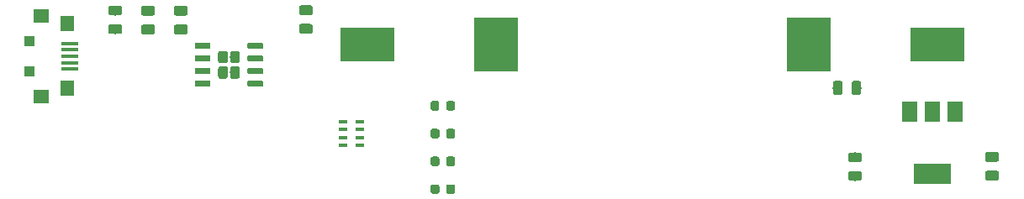
<source format=gbr>
G04 #@! TF.GenerationSoftware,KiCad,Pcbnew,5.1.2*
G04 #@! TF.CreationDate,2019-05-27T08:48:40-05:00*
G04 #@! TF.ProjectId,14500,31343530-302e-46b6-9963-61645f706362,rev?*
G04 #@! TF.SameCoordinates,Original*
G04 #@! TF.FileFunction,Paste,Top*
G04 #@! TF.FilePolarity,Positive*
%FSLAX46Y46*%
G04 Gerber Fmt 4.6, Leading zero omitted, Abs format (unit mm)*
G04 Created by KiCad (PCBNEW 5.1.2) date 2019-05-27 08:48:40*
%MOMM*%
%LPD*%
G04 APERTURE LIST*
%ADD10R,5.500000X3.500000*%
%ADD11R,4.500000X5.500000*%
%ADD12C,0.100000*%
%ADD13C,0.975000*%
%ADD14C,0.875000*%
%ADD15R,0.900000X0.400000*%
%ADD16C,0.970000*%
%ADD17C,0.600000*%
%ADD18R,3.800000X2.000000*%
%ADD19R,1.500000X2.000000*%
%ADD20R,1.000000X1.100000*%
%ADD21R,1.500000X1.350000*%
%ADD22R,1.800000X0.400000*%
%ADD23R,1.400000X1.500000*%
G04 APERTURE END LIST*
D10*
X146800000Y-62800000D03*
X204200000Y-62800000D03*
D11*
X159775000Y-62825000D03*
X191275000Y-62825000D03*
D12*
G36*
X121880142Y-58913674D02*
G01*
X121903803Y-58917184D01*
X121927007Y-58922996D01*
X121949529Y-58931054D01*
X121971153Y-58941282D01*
X121991670Y-58953579D01*
X122010883Y-58967829D01*
X122028607Y-58983893D01*
X122044671Y-59001617D01*
X122058921Y-59020830D01*
X122071218Y-59041347D01*
X122081446Y-59062971D01*
X122089504Y-59085493D01*
X122095316Y-59108697D01*
X122098826Y-59132358D01*
X122100000Y-59156250D01*
X122100000Y-59643750D01*
X122098826Y-59667642D01*
X122095316Y-59691303D01*
X122089504Y-59714507D01*
X122081446Y-59737029D01*
X122071218Y-59758653D01*
X122058921Y-59779170D01*
X122044671Y-59798383D01*
X122028607Y-59816107D01*
X122010883Y-59832171D01*
X121991670Y-59846421D01*
X121971153Y-59858718D01*
X121949529Y-59868946D01*
X121927007Y-59877004D01*
X121903803Y-59882816D01*
X121880142Y-59886326D01*
X121856250Y-59887500D01*
X120943750Y-59887500D01*
X120919858Y-59886326D01*
X120896197Y-59882816D01*
X120872993Y-59877004D01*
X120850471Y-59868946D01*
X120828847Y-59858718D01*
X120808330Y-59846421D01*
X120789117Y-59832171D01*
X120771393Y-59816107D01*
X120755329Y-59798383D01*
X120741079Y-59779170D01*
X120728782Y-59758653D01*
X120718554Y-59737029D01*
X120710496Y-59714507D01*
X120704684Y-59691303D01*
X120701174Y-59667642D01*
X120700000Y-59643750D01*
X120700000Y-59156250D01*
X120701174Y-59132358D01*
X120704684Y-59108697D01*
X120710496Y-59085493D01*
X120718554Y-59062971D01*
X120728782Y-59041347D01*
X120741079Y-59020830D01*
X120755329Y-59001617D01*
X120771393Y-58983893D01*
X120789117Y-58967829D01*
X120808330Y-58953579D01*
X120828847Y-58941282D01*
X120850471Y-58931054D01*
X120872993Y-58922996D01*
X120896197Y-58917184D01*
X120919858Y-58913674D01*
X120943750Y-58912500D01*
X121856250Y-58912500D01*
X121880142Y-58913674D01*
X121880142Y-58913674D01*
G37*
D13*
X121400000Y-59400000D03*
D12*
G36*
X121880142Y-60788674D02*
G01*
X121903803Y-60792184D01*
X121927007Y-60797996D01*
X121949529Y-60806054D01*
X121971153Y-60816282D01*
X121991670Y-60828579D01*
X122010883Y-60842829D01*
X122028607Y-60858893D01*
X122044671Y-60876617D01*
X122058921Y-60895830D01*
X122071218Y-60916347D01*
X122081446Y-60937971D01*
X122089504Y-60960493D01*
X122095316Y-60983697D01*
X122098826Y-61007358D01*
X122100000Y-61031250D01*
X122100000Y-61518750D01*
X122098826Y-61542642D01*
X122095316Y-61566303D01*
X122089504Y-61589507D01*
X122081446Y-61612029D01*
X122071218Y-61633653D01*
X122058921Y-61654170D01*
X122044671Y-61673383D01*
X122028607Y-61691107D01*
X122010883Y-61707171D01*
X121991670Y-61721421D01*
X121971153Y-61733718D01*
X121949529Y-61743946D01*
X121927007Y-61752004D01*
X121903803Y-61757816D01*
X121880142Y-61761326D01*
X121856250Y-61762500D01*
X120943750Y-61762500D01*
X120919858Y-61761326D01*
X120896197Y-61757816D01*
X120872993Y-61752004D01*
X120850471Y-61743946D01*
X120828847Y-61733718D01*
X120808330Y-61721421D01*
X120789117Y-61707171D01*
X120771393Y-61691107D01*
X120755329Y-61673383D01*
X120741079Y-61654170D01*
X120728782Y-61633653D01*
X120718554Y-61612029D01*
X120710496Y-61589507D01*
X120704684Y-61566303D01*
X120701174Y-61542642D01*
X120700000Y-61518750D01*
X120700000Y-61031250D01*
X120701174Y-61007358D01*
X120704684Y-60983697D01*
X120710496Y-60960493D01*
X120718554Y-60937971D01*
X120728782Y-60916347D01*
X120741079Y-60895830D01*
X120755329Y-60876617D01*
X120771393Y-60858893D01*
X120789117Y-60842829D01*
X120808330Y-60828579D01*
X120828847Y-60816282D01*
X120850471Y-60806054D01*
X120872993Y-60797996D01*
X120896197Y-60792184D01*
X120919858Y-60788674D01*
X120943750Y-60787500D01*
X121856250Y-60787500D01*
X121880142Y-60788674D01*
X121880142Y-60788674D01*
G37*
D13*
X121400000Y-61275000D03*
D12*
G36*
X141080142Y-60751174D02*
G01*
X141103803Y-60754684D01*
X141127007Y-60760496D01*
X141149529Y-60768554D01*
X141171153Y-60778782D01*
X141191670Y-60791079D01*
X141210883Y-60805329D01*
X141228607Y-60821393D01*
X141244671Y-60839117D01*
X141258921Y-60858330D01*
X141271218Y-60878847D01*
X141281446Y-60900471D01*
X141289504Y-60922993D01*
X141295316Y-60946197D01*
X141298826Y-60969858D01*
X141300000Y-60993750D01*
X141300000Y-61481250D01*
X141298826Y-61505142D01*
X141295316Y-61528803D01*
X141289504Y-61552007D01*
X141281446Y-61574529D01*
X141271218Y-61596153D01*
X141258921Y-61616670D01*
X141244671Y-61635883D01*
X141228607Y-61653607D01*
X141210883Y-61669671D01*
X141191670Y-61683921D01*
X141171153Y-61696218D01*
X141149529Y-61706446D01*
X141127007Y-61714504D01*
X141103803Y-61720316D01*
X141080142Y-61723826D01*
X141056250Y-61725000D01*
X140143750Y-61725000D01*
X140119858Y-61723826D01*
X140096197Y-61720316D01*
X140072993Y-61714504D01*
X140050471Y-61706446D01*
X140028847Y-61696218D01*
X140008330Y-61683921D01*
X139989117Y-61669671D01*
X139971393Y-61653607D01*
X139955329Y-61635883D01*
X139941079Y-61616670D01*
X139928782Y-61596153D01*
X139918554Y-61574529D01*
X139910496Y-61552007D01*
X139904684Y-61528803D01*
X139901174Y-61505142D01*
X139900000Y-61481250D01*
X139900000Y-60993750D01*
X139901174Y-60969858D01*
X139904684Y-60946197D01*
X139910496Y-60922993D01*
X139918554Y-60900471D01*
X139928782Y-60878847D01*
X139941079Y-60858330D01*
X139955329Y-60839117D01*
X139971393Y-60821393D01*
X139989117Y-60805329D01*
X140008330Y-60791079D01*
X140028847Y-60778782D01*
X140050471Y-60768554D01*
X140072993Y-60760496D01*
X140096197Y-60754684D01*
X140119858Y-60751174D01*
X140143750Y-60750000D01*
X141056250Y-60750000D01*
X141080142Y-60751174D01*
X141080142Y-60751174D01*
G37*
D13*
X140600000Y-61237500D03*
D12*
G36*
X141080142Y-58876174D02*
G01*
X141103803Y-58879684D01*
X141127007Y-58885496D01*
X141149529Y-58893554D01*
X141171153Y-58903782D01*
X141191670Y-58916079D01*
X141210883Y-58930329D01*
X141228607Y-58946393D01*
X141244671Y-58964117D01*
X141258921Y-58983330D01*
X141271218Y-59003847D01*
X141281446Y-59025471D01*
X141289504Y-59047993D01*
X141295316Y-59071197D01*
X141298826Y-59094858D01*
X141300000Y-59118750D01*
X141300000Y-59606250D01*
X141298826Y-59630142D01*
X141295316Y-59653803D01*
X141289504Y-59677007D01*
X141281446Y-59699529D01*
X141271218Y-59721153D01*
X141258921Y-59741670D01*
X141244671Y-59760883D01*
X141228607Y-59778607D01*
X141210883Y-59794671D01*
X141191670Y-59808921D01*
X141171153Y-59821218D01*
X141149529Y-59831446D01*
X141127007Y-59839504D01*
X141103803Y-59845316D01*
X141080142Y-59848826D01*
X141056250Y-59850000D01*
X140143750Y-59850000D01*
X140119858Y-59848826D01*
X140096197Y-59845316D01*
X140072993Y-59839504D01*
X140050471Y-59831446D01*
X140028847Y-59821218D01*
X140008330Y-59808921D01*
X139989117Y-59794671D01*
X139971393Y-59778607D01*
X139955329Y-59760883D01*
X139941079Y-59741670D01*
X139928782Y-59721153D01*
X139918554Y-59699529D01*
X139910496Y-59677007D01*
X139904684Y-59653803D01*
X139901174Y-59630142D01*
X139900000Y-59606250D01*
X139900000Y-59118750D01*
X139901174Y-59094858D01*
X139904684Y-59071197D01*
X139910496Y-59047993D01*
X139918554Y-59025471D01*
X139928782Y-59003847D01*
X139941079Y-58983330D01*
X139955329Y-58964117D01*
X139971393Y-58946393D01*
X139989117Y-58930329D01*
X140008330Y-58916079D01*
X140028847Y-58903782D01*
X140050471Y-58893554D01*
X140072993Y-58885496D01*
X140096197Y-58879684D01*
X140119858Y-58876174D01*
X140143750Y-58875000D01*
X141056250Y-58875000D01*
X141080142Y-58876174D01*
X141080142Y-58876174D01*
G37*
D13*
X140600000Y-59362500D03*
D12*
G36*
X196380142Y-73713674D02*
G01*
X196403803Y-73717184D01*
X196427007Y-73722996D01*
X196449529Y-73731054D01*
X196471153Y-73741282D01*
X196491670Y-73753579D01*
X196510883Y-73767829D01*
X196528607Y-73783893D01*
X196544671Y-73801617D01*
X196558921Y-73820830D01*
X196571218Y-73841347D01*
X196581446Y-73862971D01*
X196589504Y-73885493D01*
X196595316Y-73908697D01*
X196598826Y-73932358D01*
X196600000Y-73956250D01*
X196600000Y-74443750D01*
X196598826Y-74467642D01*
X196595316Y-74491303D01*
X196589504Y-74514507D01*
X196581446Y-74537029D01*
X196571218Y-74558653D01*
X196558921Y-74579170D01*
X196544671Y-74598383D01*
X196528607Y-74616107D01*
X196510883Y-74632171D01*
X196491670Y-74646421D01*
X196471153Y-74658718D01*
X196449529Y-74668946D01*
X196427007Y-74677004D01*
X196403803Y-74682816D01*
X196380142Y-74686326D01*
X196356250Y-74687500D01*
X195443750Y-74687500D01*
X195419858Y-74686326D01*
X195396197Y-74682816D01*
X195372993Y-74677004D01*
X195350471Y-74668946D01*
X195328847Y-74658718D01*
X195308330Y-74646421D01*
X195289117Y-74632171D01*
X195271393Y-74616107D01*
X195255329Y-74598383D01*
X195241079Y-74579170D01*
X195228782Y-74558653D01*
X195218554Y-74537029D01*
X195210496Y-74514507D01*
X195204684Y-74491303D01*
X195201174Y-74467642D01*
X195200000Y-74443750D01*
X195200000Y-73956250D01*
X195201174Y-73932358D01*
X195204684Y-73908697D01*
X195210496Y-73885493D01*
X195218554Y-73862971D01*
X195228782Y-73841347D01*
X195241079Y-73820830D01*
X195255329Y-73801617D01*
X195271393Y-73783893D01*
X195289117Y-73767829D01*
X195308330Y-73753579D01*
X195328847Y-73741282D01*
X195350471Y-73731054D01*
X195372993Y-73722996D01*
X195396197Y-73717184D01*
X195419858Y-73713674D01*
X195443750Y-73712500D01*
X196356250Y-73712500D01*
X196380142Y-73713674D01*
X196380142Y-73713674D01*
G37*
D13*
X195900000Y-74200000D03*
D12*
G36*
X196380142Y-75588674D02*
G01*
X196403803Y-75592184D01*
X196427007Y-75597996D01*
X196449529Y-75606054D01*
X196471153Y-75616282D01*
X196491670Y-75628579D01*
X196510883Y-75642829D01*
X196528607Y-75658893D01*
X196544671Y-75676617D01*
X196558921Y-75695830D01*
X196571218Y-75716347D01*
X196581446Y-75737971D01*
X196589504Y-75760493D01*
X196595316Y-75783697D01*
X196598826Y-75807358D01*
X196600000Y-75831250D01*
X196600000Y-76318750D01*
X196598826Y-76342642D01*
X196595316Y-76366303D01*
X196589504Y-76389507D01*
X196581446Y-76412029D01*
X196571218Y-76433653D01*
X196558921Y-76454170D01*
X196544671Y-76473383D01*
X196528607Y-76491107D01*
X196510883Y-76507171D01*
X196491670Y-76521421D01*
X196471153Y-76533718D01*
X196449529Y-76543946D01*
X196427007Y-76552004D01*
X196403803Y-76557816D01*
X196380142Y-76561326D01*
X196356250Y-76562500D01*
X195443750Y-76562500D01*
X195419858Y-76561326D01*
X195396197Y-76557816D01*
X195372993Y-76552004D01*
X195350471Y-76543946D01*
X195328847Y-76533718D01*
X195308330Y-76521421D01*
X195289117Y-76507171D01*
X195271393Y-76491107D01*
X195255329Y-76473383D01*
X195241079Y-76454170D01*
X195228782Y-76433653D01*
X195218554Y-76412029D01*
X195210496Y-76389507D01*
X195204684Y-76366303D01*
X195201174Y-76342642D01*
X195200000Y-76318750D01*
X195200000Y-75831250D01*
X195201174Y-75807358D01*
X195204684Y-75783697D01*
X195210496Y-75760493D01*
X195218554Y-75737971D01*
X195228782Y-75716347D01*
X195241079Y-75695830D01*
X195255329Y-75676617D01*
X195271393Y-75658893D01*
X195289117Y-75642829D01*
X195308330Y-75628579D01*
X195328847Y-75616282D01*
X195350471Y-75606054D01*
X195372993Y-75597996D01*
X195396197Y-75592184D01*
X195419858Y-75588674D01*
X195443750Y-75587500D01*
X196356250Y-75587500D01*
X196380142Y-75588674D01*
X196380142Y-75588674D01*
G37*
D13*
X195900000Y-76075000D03*
D12*
G36*
X210180142Y-75551174D02*
G01*
X210203803Y-75554684D01*
X210227007Y-75560496D01*
X210249529Y-75568554D01*
X210271153Y-75578782D01*
X210291670Y-75591079D01*
X210310883Y-75605329D01*
X210328607Y-75621393D01*
X210344671Y-75639117D01*
X210358921Y-75658330D01*
X210371218Y-75678847D01*
X210381446Y-75700471D01*
X210389504Y-75722993D01*
X210395316Y-75746197D01*
X210398826Y-75769858D01*
X210400000Y-75793750D01*
X210400000Y-76281250D01*
X210398826Y-76305142D01*
X210395316Y-76328803D01*
X210389504Y-76352007D01*
X210381446Y-76374529D01*
X210371218Y-76396153D01*
X210358921Y-76416670D01*
X210344671Y-76435883D01*
X210328607Y-76453607D01*
X210310883Y-76469671D01*
X210291670Y-76483921D01*
X210271153Y-76496218D01*
X210249529Y-76506446D01*
X210227007Y-76514504D01*
X210203803Y-76520316D01*
X210180142Y-76523826D01*
X210156250Y-76525000D01*
X209243750Y-76525000D01*
X209219858Y-76523826D01*
X209196197Y-76520316D01*
X209172993Y-76514504D01*
X209150471Y-76506446D01*
X209128847Y-76496218D01*
X209108330Y-76483921D01*
X209089117Y-76469671D01*
X209071393Y-76453607D01*
X209055329Y-76435883D01*
X209041079Y-76416670D01*
X209028782Y-76396153D01*
X209018554Y-76374529D01*
X209010496Y-76352007D01*
X209004684Y-76328803D01*
X209001174Y-76305142D01*
X209000000Y-76281250D01*
X209000000Y-75793750D01*
X209001174Y-75769858D01*
X209004684Y-75746197D01*
X209010496Y-75722993D01*
X209018554Y-75700471D01*
X209028782Y-75678847D01*
X209041079Y-75658330D01*
X209055329Y-75639117D01*
X209071393Y-75621393D01*
X209089117Y-75605329D01*
X209108330Y-75591079D01*
X209128847Y-75578782D01*
X209150471Y-75568554D01*
X209172993Y-75560496D01*
X209196197Y-75554684D01*
X209219858Y-75551174D01*
X209243750Y-75550000D01*
X210156250Y-75550000D01*
X210180142Y-75551174D01*
X210180142Y-75551174D01*
G37*
D13*
X209700000Y-76037500D03*
D12*
G36*
X210180142Y-73676174D02*
G01*
X210203803Y-73679684D01*
X210227007Y-73685496D01*
X210249529Y-73693554D01*
X210271153Y-73703782D01*
X210291670Y-73716079D01*
X210310883Y-73730329D01*
X210328607Y-73746393D01*
X210344671Y-73764117D01*
X210358921Y-73783330D01*
X210371218Y-73803847D01*
X210381446Y-73825471D01*
X210389504Y-73847993D01*
X210395316Y-73871197D01*
X210398826Y-73894858D01*
X210400000Y-73918750D01*
X210400000Y-74406250D01*
X210398826Y-74430142D01*
X210395316Y-74453803D01*
X210389504Y-74477007D01*
X210381446Y-74499529D01*
X210371218Y-74521153D01*
X210358921Y-74541670D01*
X210344671Y-74560883D01*
X210328607Y-74578607D01*
X210310883Y-74594671D01*
X210291670Y-74608921D01*
X210271153Y-74621218D01*
X210249529Y-74631446D01*
X210227007Y-74639504D01*
X210203803Y-74645316D01*
X210180142Y-74648826D01*
X210156250Y-74650000D01*
X209243750Y-74650000D01*
X209219858Y-74648826D01*
X209196197Y-74645316D01*
X209172993Y-74639504D01*
X209150471Y-74631446D01*
X209128847Y-74621218D01*
X209108330Y-74608921D01*
X209089117Y-74594671D01*
X209071393Y-74578607D01*
X209055329Y-74560883D01*
X209041079Y-74541670D01*
X209028782Y-74521153D01*
X209018554Y-74499529D01*
X209010496Y-74477007D01*
X209004684Y-74453803D01*
X209001174Y-74430142D01*
X209000000Y-74406250D01*
X209000000Y-73918750D01*
X209001174Y-73894858D01*
X209004684Y-73871197D01*
X209010496Y-73847993D01*
X209018554Y-73825471D01*
X209028782Y-73803847D01*
X209041079Y-73783330D01*
X209055329Y-73764117D01*
X209071393Y-73746393D01*
X209089117Y-73730329D01*
X209108330Y-73716079D01*
X209128847Y-73703782D01*
X209150471Y-73693554D01*
X209172993Y-73685496D01*
X209196197Y-73679684D01*
X209219858Y-73676174D01*
X209243750Y-73675000D01*
X210156250Y-73675000D01*
X210180142Y-73676174D01*
X210180142Y-73676174D01*
G37*
D13*
X209700000Y-74162500D03*
D12*
G36*
X153827691Y-68526053D02*
G01*
X153848926Y-68529203D01*
X153869750Y-68534419D01*
X153889962Y-68541651D01*
X153909368Y-68550830D01*
X153927781Y-68561866D01*
X153945024Y-68574654D01*
X153960930Y-68589070D01*
X153975346Y-68604976D01*
X153988134Y-68622219D01*
X153999170Y-68640632D01*
X154008349Y-68660038D01*
X154015581Y-68680250D01*
X154020797Y-68701074D01*
X154023947Y-68722309D01*
X154025000Y-68743750D01*
X154025000Y-69256250D01*
X154023947Y-69277691D01*
X154020797Y-69298926D01*
X154015581Y-69319750D01*
X154008349Y-69339962D01*
X153999170Y-69359368D01*
X153988134Y-69377781D01*
X153975346Y-69395024D01*
X153960930Y-69410930D01*
X153945024Y-69425346D01*
X153927781Y-69438134D01*
X153909368Y-69449170D01*
X153889962Y-69458349D01*
X153869750Y-69465581D01*
X153848926Y-69470797D01*
X153827691Y-69473947D01*
X153806250Y-69475000D01*
X153368750Y-69475000D01*
X153347309Y-69473947D01*
X153326074Y-69470797D01*
X153305250Y-69465581D01*
X153285038Y-69458349D01*
X153265632Y-69449170D01*
X153247219Y-69438134D01*
X153229976Y-69425346D01*
X153214070Y-69410930D01*
X153199654Y-69395024D01*
X153186866Y-69377781D01*
X153175830Y-69359368D01*
X153166651Y-69339962D01*
X153159419Y-69319750D01*
X153154203Y-69298926D01*
X153151053Y-69277691D01*
X153150000Y-69256250D01*
X153150000Y-68743750D01*
X153151053Y-68722309D01*
X153154203Y-68701074D01*
X153159419Y-68680250D01*
X153166651Y-68660038D01*
X153175830Y-68640632D01*
X153186866Y-68622219D01*
X153199654Y-68604976D01*
X153214070Y-68589070D01*
X153229976Y-68574654D01*
X153247219Y-68561866D01*
X153265632Y-68550830D01*
X153285038Y-68541651D01*
X153305250Y-68534419D01*
X153326074Y-68529203D01*
X153347309Y-68526053D01*
X153368750Y-68525000D01*
X153806250Y-68525000D01*
X153827691Y-68526053D01*
X153827691Y-68526053D01*
G37*
D14*
X153587500Y-69000000D03*
D12*
G36*
X155402691Y-68526053D02*
G01*
X155423926Y-68529203D01*
X155444750Y-68534419D01*
X155464962Y-68541651D01*
X155484368Y-68550830D01*
X155502781Y-68561866D01*
X155520024Y-68574654D01*
X155535930Y-68589070D01*
X155550346Y-68604976D01*
X155563134Y-68622219D01*
X155574170Y-68640632D01*
X155583349Y-68660038D01*
X155590581Y-68680250D01*
X155595797Y-68701074D01*
X155598947Y-68722309D01*
X155600000Y-68743750D01*
X155600000Y-69256250D01*
X155598947Y-69277691D01*
X155595797Y-69298926D01*
X155590581Y-69319750D01*
X155583349Y-69339962D01*
X155574170Y-69359368D01*
X155563134Y-69377781D01*
X155550346Y-69395024D01*
X155535930Y-69410930D01*
X155520024Y-69425346D01*
X155502781Y-69438134D01*
X155484368Y-69449170D01*
X155464962Y-69458349D01*
X155444750Y-69465581D01*
X155423926Y-69470797D01*
X155402691Y-69473947D01*
X155381250Y-69475000D01*
X154943750Y-69475000D01*
X154922309Y-69473947D01*
X154901074Y-69470797D01*
X154880250Y-69465581D01*
X154860038Y-69458349D01*
X154840632Y-69449170D01*
X154822219Y-69438134D01*
X154804976Y-69425346D01*
X154789070Y-69410930D01*
X154774654Y-69395024D01*
X154761866Y-69377781D01*
X154750830Y-69359368D01*
X154741651Y-69339962D01*
X154734419Y-69319750D01*
X154729203Y-69298926D01*
X154726053Y-69277691D01*
X154725000Y-69256250D01*
X154725000Y-68743750D01*
X154726053Y-68722309D01*
X154729203Y-68701074D01*
X154734419Y-68680250D01*
X154741651Y-68660038D01*
X154750830Y-68640632D01*
X154761866Y-68622219D01*
X154774654Y-68604976D01*
X154789070Y-68589070D01*
X154804976Y-68574654D01*
X154822219Y-68561866D01*
X154840632Y-68550830D01*
X154860038Y-68541651D01*
X154880250Y-68534419D01*
X154901074Y-68529203D01*
X154922309Y-68526053D01*
X154943750Y-68525000D01*
X155381250Y-68525000D01*
X155402691Y-68526053D01*
X155402691Y-68526053D01*
G37*
D14*
X155162500Y-69000000D03*
D12*
G36*
X155415191Y-71326053D02*
G01*
X155436426Y-71329203D01*
X155457250Y-71334419D01*
X155477462Y-71341651D01*
X155496868Y-71350830D01*
X155515281Y-71361866D01*
X155532524Y-71374654D01*
X155548430Y-71389070D01*
X155562846Y-71404976D01*
X155575634Y-71422219D01*
X155586670Y-71440632D01*
X155595849Y-71460038D01*
X155603081Y-71480250D01*
X155608297Y-71501074D01*
X155611447Y-71522309D01*
X155612500Y-71543750D01*
X155612500Y-72056250D01*
X155611447Y-72077691D01*
X155608297Y-72098926D01*
X155603081Y-72119750D01*
X155595849Y-72139962D01*
X155586670Y-72159368D01*
X155575634Y-72177781D01*
X155562846Y-72195024D01*
X155548430Y-72210930D01*
X155532524Y-72225346D01*
X155515281Y-72238134D01*
X155496868Y-72249170D01*
X155477462Y-72258349D01*
X155457250Y-72265581D01*
X155436426Y-72270797D01*
X155415191Y-72273947D01*
X155393750Y-72275000D01*
X154956250Y-72275000D01*
X154934809Y-72273947D01*
X154913574Y-72270797D01*
X154892750Y-72265581D01*
X154872538Y-72258349D01*
X154853132Y-72249170D01*
X154834719Y-72238134D01*
X154817476Y-72225346D01*
X154801570Y-72210930D01*
X154787154Y-72195024D01*
X154774366Y-72177781D01*
X154763330Y-72159368D01*
X154754151Y-72139962D01*
X154746919Y-72119750D01*
X154741703Y-72098926D01*
X154738553Y-72077691D01*
X154737500Y-72056250D01*
X154737500Y-71543750D01*
X154738553Y-71522309D01*
X154741703Y-71501074D01*
X154746919Y-71480250D01*
X154754151Y-71460038D01*
X154763330Y-71440632D01*
X154774366Y-71422219D01*
X154787154Y-71404976D01*
X154801570Y-71389070D01*
X154817476Y-71374654D01*
X154834719Y-71361866D01*
X154853132Y-71350830D01*
X154872538Y-71341651D01*
X154892750Y-71334419D01*
X154913574Y-71329203D01*
X154934809Y-71326053D01*
X154956250Y-71325000D01*
X155393750Y-71325000D01*
X155415191Y-71326053D01*
X155415191Y-71326053D01*
G37*
D14*
X155175000Y-71800000D03*
D12*
G36*
X153840191Y-71326053D02*
G01*
X153861426Y-71329203D01*
X153882250Y-71334419D01*
X153902462Y-71341651D01*
X153921868Y-71350830D01*
X153940281Y-71361866D01*
X153957524Y-71374654D01*
X153973430Y-71389070D01*
X153987846Y-71404976D01*
X154000634Y-71422219D01*
X154011670Y-71440632D01*
X154020849Y-71460038D01*
X154028081Y-71480250D01*
X154033297Y-71501074D01*
X154036447Y-71522309D01*
X154037500Y-71543750D01*
X154037500Y-72056250D01*
X154036447Y-72077691D01*
X154033297Y-72098926D01*
X154028081Y-72119750D01*
X154020849Y-72139962D01*
X154011670Y-72159368D01*
X154000634Y-72177781D01*
X153987846Y-72195024D01*
X153973430Y-72210930D01*
X153957524Y-72225346D01*
X153940281Y-72238134D01*
X153921868Y-72249170D01*
X153902462Y-72258349D01*
X153882250Y-72265581D01*
X153861426Y-72270797D01*
X153840191Y-72273947D01*
X153818750Y-72275000D01*
X153381250Y-72275000D01*
X153359809Y-72273947D01*
X153338574Y-72270797D01*
X153317750Y-72265581D01*
X153297538Y-72258349D01*
X153278132Y-72249170D01*
X153259719Y-72238134D01*
X153242476Y-72225346D01*
X153226570Y-72210930D01*
X153212154Y-72195024D01*
X153199366Y-72177781D01*
X153188330Y-72159368D01*
X153179151Y-72139962D01*
X153171919Y-72119750D01*
X153166703Y-72098926D01*
X153163553Y-72077691D01*
X153162500Y-72056250D01*
X153162500Y-71543750D01*
X153163553Y-71522309D01*
X153166703Y-71501074D01*
X153171919Y-71480250D01*
X153179151Y-71460038D01*
X153188330Y-71440632D01*
X153199366Y-71422219D01*
X153212154Y-71404976D01*
X153226570Y-71389070D01*
X153242476Y-71374654D01*
X153259719Y-71361866D01*
X153278132Y-71350830D01*
X153297538Y-71341651D01*
X153317750Y-71334419D01*
X153338574Y-71329203D01*
X153359809Y-71326053D01*
X153381250Y-71325000D01*
X153818750Y-71325000D01*
X153840191Y-71326053D01*
X153840191Y-71326053D01*
G37*
D14*
X153600000Y-71800000D03*
D12*
G36*
X153840191Y-74126053D02*
G01*
X153861426Y-74129203D01*
X153882250Y-74134419D01*
X153902462Y-74141651D01*
X153921868Y-74150830D01*
X153940281Y-74161866D01*
X153957524Y-74174654D01*
X153973430Y-74189070D01*
X153987846Y-74204976D01*
X154000634Y-74222219D01*
X154011670Y-74240632D01*
X154020849Y-74260038D01*
X154028081Y-74280250D01*
X154033297Y-74301074D01*
X154036447Y-74322309D01*
X154037500Y-74343750D01*
X154037500Y-74856250D01*
X154036447Y-74877691D01*
X154033297Y-74898926D01*
X154028081Y-74919750D01*
X154020849Y-74939962D01*
X154011670Y-74959368D01*
X154000634Y-74977781D01*
X153987846Y-74995024D01*
X153973430Y-75010930D01*
X153957524Y-75025346D01*
X153940281Y-75038134D01*
X153921868Y-75049170D01*
X153902462Y-75058349D01*
X153882250Y-75065581D01*
X153861426Y-75070797D01*
X153840191Y-75073947D01*
X153818750Y-75075000D01*
X153381250Y-75075000D01*
X153359809Y-75073947D01*
X153338574Y-75070797D01*
X153317750Y-75065581D01*
X153297538Y-75058349D01*
X153278132Y-75049170D01*
X153259719Y-75038134D01*
X153242476Y-75025346D01*
X153226570Y-75010930D01*
X153212154Y-74995024D01*
X153199366Y-74977781D01*
X153188330Y-74959368D01*
X153179151Y-74939962D01*
X153171919Y-74919750D01*
X153166703Y-74898926D01*
X153163553Y-74877691D01*
X153162500Y-74856250D01*
X153162500Y-74343750D01*
X153163553Y-74322309D01*
X153166703Y-74301074D01*
X153171919Y-74280250D01*
X153179151Y-74260038D01*
X153188330Y-74240632D01*
X153199366Y-74222219D01*
X153212154Y-74204976D01*
X153226570Y-74189070D01*
X153242476Y-74174654D01*
X153259719Y-74161866D01*
X153278132Y-74150830D01*
X153297538Y-74141651D01*
X153317750Y-74134419D01*
X153338574Y-74129203D01*
X153359809Y-74126053D01*
X153381250Y-74125000D01*
X153818750Y-74125000D01*
X153840191Y-74126053D01*
X153840191Y-74126053D01*
G37*
D14*
X153600000Y-74600000D03*
D12*
G36*
X155415191Y-74126053D02*
G01*
X155436426Y-74129203D01*
X155457250Y-74134419D01*
X155477462Y-74141651D01*
X155496868Y-74150830D01*
X155515281Y-74161866D01*
X155532524Y-74174654D01*
X155548430Y-74189070D01*
X155562846Y-74204976D01*
X155575634Y-74222219D01*
X155586670Y-74240632D01*
X155595849Y-74260038D01*
X155603081Y-74280250D01*
X155608297Y-74301074D01*
X155611447Y-74322309D01*
X155612500Y-74343750D01*
X155612500Y-74856250D01*
X155611447Y-74877691D01*
X155608297Y-74898926D01*
X155603081Y-74919750D01*
X155595849Y-74939962D01*
X155586670Y-74959368D01*
X155575634Y-74977781D01*
X155562846Y-74995024D01*
X155548430Y-75010930D01*
X155532524Y-75025346D01*
X155515281Y-75038134D01*
X155496868Y-75049170D01*
X155477462Y-75058349D01*
X155457250Y-75065581D01*
X155436426Y-75070797D01*
X155415191Y-75073947D01*
X155393750Y-75075000D01*
X154956250Y-75075000D01*
X154934809Y-75073947D01*
X154913574Y-75070797D01*
X154892750Y-75065581D01*
X154872538Y-75058349D01*
X154853132Y-75049170D01*
X154834719Y-75038134D01*
X154817476Y-75025346D01*
X154801570Y-75010930D01*
X154787154Y-74995024D01*
X154774366Y-74977781D01*
X154763330Y-74959368D01*
X154754151Y-74939962D01*
X154746919Y-74919750D01*
X154741703Y-74898926D01*
X154738553Y-74877691D01*
X154737500Y-74856250D01*
X154737500Y-74343750D01*
X154738553Y-74322309D01*
X154741703Y-74301074D01*
X154746919Y-74280250D01*
X154754151Y-74260038D01*
X154763330Y-74240632D01*
X154774366Y-74222219D01*
X154787154Y-74204976D01*
X154801570Y-74189070D01*
X154817476Y-74174654D01*
X154834719Y-74161866D01*
X154853132Y-74150830D01*
X154872538Y-74141651D01*
X154892750Y-74134419D01*
X154913574Y-74129203D01*
X154934809Y-74126053D01*
X154956250Y-74125000D01*
X155393750Y-74125000D01*
X155415191Y-74126053D01*
X155415191Y-74126053D01*
G37*
D14*
X155175000Y-74600000D03*
D12*
G36*
X155415191Y-76926053D02*
G01*
X155436426Y-76929203D01*
X155457250Y-76934419D01*
X155477462Y-76941651D01*
X155496868Y-76950830D01*
X155515281Y-76961866D01*
X155532524Y-76974654D01*
X155548430Y-76989070D01*
X155562846Y-77004976D01*
X155575634Y-77022219D01*
X155586670Y-77040632D01*
X155595849Y-77060038D01*
X155603081Y-77080250D01*
X155608297Y-77101074D01*
X155611447Y-77122309D01*
X155612500Y-77143750D01*
X155612500Y-77656250D01*
X155611447Y-77677691D01*
X155608297Y-77698926D01*
X155603081Y-77719750D01*
X155595849Y-77739962D01*
X155586670Y-77759368D01*
X155575634Y-77777781D01*
X155562846Y-77795024D01*
X155548430Y-77810930D01*
X155532524Y-77825346D01*
X155515281Y-77838134D01*
X155496868Y-77849170D01*
X155477462Y-77858349D01*
X155457250Y-77865581D01*
X155436426Y-77870797D01*
X155415191Y-77873947D01*
X155393750Y-77875000D01*
X154956250Y-77875000D01*
X154934809Y-77873947D01*
X154913574Y-77870797D01*
X154892750Y-77865581D01*
X154872538Y-77858349D01*
X154853132Y-77849170D01*
X154834719Y-77838134D01*
X154817476Y-77825346D01*
X154801570Y-77810930D01*
X154787154Y-77795024D01*
X154774366Y-77777781D01*
X154763330Y-77759368D01*
X154754151Y-77739962D01*
X154746919Y-77719750D01*
X154741703Y-77698926D01*
X154738553Y-77677691D01*
X154737500Y-77656250D01*
X154737500Y-77143750D01*
X154738553Y-77122309D01*
X154741703Y-77101074D01*
X154746919Y-77080250D01*
X154754151Y-77060038D01*
X154763330Y-77040632D01*
X154774366Y-77022219D01*
X154787154Y-77004976D01*
X154801570Y-76989070D01*
X154817476Y-76974654D01*
X154834719Y-76961866D01*
X154853132Y-76950830D01*
X154872538Y-76941651D01*
X154892750Y-76934419D01*
X154913574Y-76929203D01*
X154934809Y-76926053D01*
X154956250Y-76925000D01*
X155393750Y-76925000D01*
X155415191Y-76926053D01*
X155415191Y-76926053D01*
G37*
D14*
X155175000Y-77400000D03*
D12*
G36*
X153840191Y-76926053D02*
G01*
X153861426Y-76929203D01*
X153882250Y-76934419D01*
X153902462Y-76941651D01*
X153921868Y-76950830D01*
X153940281Y-76961866D01*
X153957524Y-76974654D01*
X153973430Y-76989070D01*
X153987846Y-77004976D01*
X154000634Y-77022219D01*
X154011670Y-77040632D01*
X154020849Y-77060038D01*
X154028081Y-77080250D01*
X154033297Y-77101074D01*
X154036447Y-77122309D01*
X154037500Y-77143750D01*
X154037500Y-77656250D01*
X154036447Y-77677691D01*
X154033297Y-77698926D01*
X154028081Y-77719750D01*
X154020849Y-77739962D01*
X154011670Y-77759368D01*
X154000634Y-77777781D01*
X153987846Y-77795024D01*
X153973430Y-77810930D01*
X153957524Y-77825346D01*
X153940281Y-77838134D01*
X153921868Y-77849170D01*
X153902462Y-77858349D01*
X153882250Y-77865581D01*
X153861426Y-77870797D01*
X153840191Y-77873947D01*
X153818750Y-77875000D01*
X153381250Y-77875000D01*
X153359809Y-77873947D01*
X153338574Y-77870797D01*
X153317750Y-77865581D01*
X153297538Y-77858349D01*
X153278132Y-77849170D01*
X153259719Y-77838134D01*
X153242476Y-77825346D01*
X153226570Y-77810930D01*
X153212154Y-77795024D01*
X153199366Y-77777781D01*
X153188330Y-77759368D01*
X153179151Y-77739962D01*
X153171919Y-77719750D01*
X153166703Y-77698926D01*
X153163553Y-77677691D01*
X153162500Y-77656250D01*
X153162500Y-77143750D01*
X153163553Y-77122309D01*
X153166703Y-77101074D01*
X153171919Y-77080250D01*
X153179151Y-77060038D01*
X153188330Y-77040632D01*
X153199366Y-77022219D01*
X153212154Y-77004976D01*
X153226570Y-76989070D01*
X153242476Y-76974654D01*
X153259719Y-76961866D01*
X153278132Y-76950830D01*
X153297538Y-76941651D01*
X153317750Y-76934419D01*
X153338574Y-76929203D01*
X153359809Y-76926053D01*
X153381250Y-76925000D01*
X153818750Y-76925000D01*
X153840191Y-76926053D01*
X153840191Y-76926053D01*
G37*
D14*
X153600000Y-77400000D03*
D12*
G36*
X125180142Y-58938674D02*
G01*
X125203803Y-58942184D01*
X125227007Y-58947996D01*
X125249529Y-58956054D01*
X125271153Y-58966282D01*
X125291670Y-58978579D01*
X125310883Y-58992829D01*
X125328607Y-59008893D01*
X125344671Y-59026617D01*
X125358921Y-59045830D01*
X125371218Y-59066347D01*
X125381446Y-59087971D01*
X125389504Y-59110493D01*
X125395316Y-59133697D01*
X125398826Y-59157358D01*
X125400000Y-59181250D01*
X125400000Y-59668750D01*
X125398826Y-59692642D01*
X125395316Y-59716303D01*
X125389504Y-59739507D01*
X125381446Y-59762029D01*
X125371218Y-59783653D01*
X125358921Y-59804170D01*
X125344671Y-59823383D01*
X125328607Y-59841107D01*
X125310883Y-59857171D01*
X125291670Y-59871421D01*
X125271153Y-59883718D01*
X125249529Y-59893946D01*
X125227007Y-59902004D01*
X125203803Y-59907816D01*
X125180142Y-59911326D01*
X125156250Y-59912500D01*
X124243750Y-59912500D01*
X124219858Y-59911326D01*
X124196197Y-59907816D01*
X124172993Y-59902004D01*
X124150471Y-59893946D01*
X124128847Y-59883718D01*
X124108330Y-59871421D01*
X124089117Y-59857171D01*
X124071393Y-59841107D01*
X124055329Y-59823383D01*
X124041079Y-59804170D01*
X124028782Y-59783653D01*
X124018554Y-59762029D01*
X124010496Y-59739507D01*
X124004684Y-59716303D01*
X124001174Y-59692642D01*
X124000000Y-59668750D01*
X124000000Y-59181250D01*
X124001174Y-59157358D01*
X124004684Y-59133697D01*
X124010496Y-59110493D01*
X124018554Y-59087971D01*
X124028782Y-59066347D01*
X124041079Y-59045830D01*
X124055329Y-59026617D01*
X124071393Y-59008893D01*
X124089117Y-58992829D01*
X124108330Y-58978579D01*
X124128847Y-58966282D01*
X124150471Y-58956054D01*
X124172993Y-58947996D01*
X124196197Y-58942184D01*
X124219858Y-58938674D01*
X124243750Y-58937500D01*
X125156250Y-58937500D01*
X125180142Y-58938674D01*
X125180142Y-58938674D01*
G37*
D13*
X124700000Y-59425000D03*
D12*
G36*
X125180142Y-60813674D02*
G01*
X125203803Y-60817184D01*
X125227007Y-60822996D01*
X125249529Y-60831054D01*
X125271153Y-60841282D01*
X125291670Y-60853579D01*
X125310883Y-60867829D01*
X125328607Y-60883893D01*
X125344671Y-60901617D01*
X125358921Y-60920830D01*
X125371218Y-60941347D01*
X125381446Y-60962971D01*
X125389504Y-60985493D01*
X125395316Y-61008697D01*
X125398826Y-61032358D01*
X125400000Y-61056250D01*
X125400000Y-61543750D01*
X125398826Y-61567642D01*
X125395316Y-61591303D01*
X125389504Y-61614507D01*
X125381446Y-61637029D01*
X125371218Y-61658653D01*
X125358921Y-61679170D01*
X125344671Y-61698383D01*
X125328607Y-61716107D01*
X125310883Y-61732171D01*
X125291670Y-61746421D01*
X125271153Y-61758718D01*
X125249529Y-61768946D01*
X125227007Y-61777004D01*
X125203803Y-61782816D01*
X125180142Y-61786326D01*
X125156250Y-61787500D01*
X124243750Y-61787500D01*
X124219858Y-61786326D01*
X124196197Y-61782816D01*
X124172993Y-61777004D01*
X124150471Y-61768946D01*
X124128847Y-61758718D01*
X124108330Y-61746421D01*
X124089117Y-61732171D01*
X124071393Y-61716107D01*
X124055329Y-61698383D01*
X124041079Y-61679170D01*
X124028782Y-61658653D01*
X124018554Y-61637029D01*
X124010496Y-61614507D01*
X124004684Y-61591303D01*
X124001174Y-61567642D01*
X124000000Y-61543750D01*
X124000000Y-61056250D01*
X124001174Y-61032358D01*
X124004684Y-61008697D01*
X124010496Y-60985493D01*
X124018554Y-60962971D01*
X124028782Y-60941347D01*
X124041079Y-60920830D01*
X124055329Y-60901617D01*
X124071393Y-60883893D01*
X124089117Y-60867829D01*
X124108330Y-60853579D01*
X124128847Y-60841282D01*
X124150471Y-60831054D01*
X124172993Y-60822996D01*
X124196197Y-60817184D01*
X124219858Y-60813674D01*
X124243750Y-60812500D01*
X125156250Y-60812500D01*
X125180142Y-60813674D01*
X125180142Y-60813674D01*
G37*
D13*
X124700000Y-61300000D03*
D12*
G36*
X128480142Y-58938674D02*
G01*
X128503803Y-58942184D01*
X128527007Y-58947996D01*
X128549529Y-58956054D01*
X128571153Y-58966282D01*
X128591670Y-58978579D01*
X128610883Y-58992829D01*
X128628607Y-59008893D01*
X128644671Y-59026617D01*
X128658921Y-59045830D01*
X128671218Y-59066347D01*
X128681446Y-59087971D01*
X128689504Y-59110493D01*
X128695316Y-59133697D01*
X128698826Y-59157358D01*
X128700000Y-59181250D01*
X128700000Y-59668750D01*
X128698826Y-59692642D01*
X128695316Y-59716303D01*
X128689504Y-59739507D01*
X128681446Y-59762029D01*
X128671218Y-59783653D01*
X128658921Y-59804170D01*
X128644671Y-59823383D01*
X128628607Y-59841107D01*
X128610883Y-59857171D01*
X128591670Y-59871421D01*
X128571153Y-59883718D01*
X128549529Y-59893946D01*
X128527007Y-59902004D01*
X128503803Y-59907816D01*
X128480142Y-59911326D01*
X128456250Y-59912500D01*
X127543750Y-59912500D01*
X127519858Y-59911326D01*
X127496197Y-59907816D01*
X127472993Y-59902004D01*
X127450471Y-59893946D01*
X127428847Y-59883718D01*
X127408330Y-59871421D01*
X127389117Y-59857171D01*
X127371393Y-59841107D01*
X127355329Y-59823383D01*
X127341079Y-59804170D01*
X127328782Y-59783653D01*
X127318554Y-59762029D01*
X127310496Y-59739507D01*
X127304684Y-59716303D01*
X127301174Y-59692642D01*
X127300000Y-59668750D01*
X127300000Y-59181250D01*
X127301174Y-59157358D01*
X127304684Y-59133697D01*
X127310496Y-59110493D01*
X127318554Y-59087971D01*
X127328782Y-59066347D01*
X127341079Y-59045830D01*
X127355329Y-59026617D01*
X127371393Y-59008893D01*
X127389117Y-58992829D01*
X127408330Y-58978579D01*
X127428847Y-58966282D01*
X127450471Y-58956054D01*
X127472993Y-58947996D01*
X127496197Y-58942184D01*
X127519858Y-58938674D01*
X127543750Y-58937500D01*
X128456250Y-58937500D01*
X128480142Y-58938674D01*
X128480142Y-58938674D01*
G37*
D13*
X128000000Y-59425000D03*
D12*
G36*
X128480142Y-60813674D02*
G01*
X128503803Y-60817184D01*
X128527007Y-60822996D01*
X128549529Y-60831054D01*
X128571153Y-60841282D01*
X128591670Y-60853579D01*
X128610883Y-60867829D01*
X128628607Y-60883893D01*
X128644671Y-60901617D01*
X128658921Y-60920830D01*
X128671218Y-60941347D01*
X128681446Y-60962971D01*
X128689504Y-60985493D01*
X128695316Y-61008697D01*
X128698826Y-61032358D01*
X128700000Y-61056250D01*
X128700000Y-61543750D01*
X128698826Y-61567642D01*
X128695316Y-61591303D01*
X128689504Y-61614507D01*
X128681446Y-61637029D01*
X128671218Y-61658653D01*
X128658921Y-61679170D01*
X128644671Y-61698383D01*
X128628607Y-61716107D01*
X128610883Y-61732171D01*
X128591670Y-61746421D01*
X128571153Y-61758718D01*
X128549529Y-61768946D01*
X128527007Y-61777004D01*
X128503803Y-61782816D01*
X128480142Y-61786326D01*
X128456250Y-61787500D01*
X127543750Y-61787500D01*
X127519858Y-61786326D01*
X127496197Y-61782816D01*
X127472993Y-61777004D01*
X127450471Y-61768946D01*
X127428847Y-61758718D01*
X127408330Y-61746421D01*
X127389117Y-61732171D01*
X127371393Y-61716107D01*
X127355329Y-61698383D01*
X127341079Y-61679170D01*
X127328782Y-61658653D01*
X127318554Y-61637029D01*
X127310496Y-61614507D01*
X127304684Y-61591303D01*
X127301174Y-61567642D01*
X127300000Y-61543750D01*
X127300000Y-61056250D01*
X127301174Y-61032358D01*
X127304684Y-61008697D01*
X127310496Y-60985493D01*
X127318554Y-60962971D01*
X127328782Y-60941347D01*
X127341079Y-60920830D01*
X127355329Y-60901617D01*
X127371393Y-60883893D01*
X127389117Y-60867829D01*
X127408330Y-60853579D01*
X127428847Y-60841282D01*
X127450471Y-60831054D01*
X127472993Y-60822996D01*
X127496197Y-60817184D01*
X127519858Y-60813674D01*
X127543750Y-60812500D01*
X128456250Y-60812500D01*
X128480142Y-60813674D01*
X128480142Y-60813674D01*
G37*
D13*
X128000000Y-61300000D03*
D12*
G36*
X194430142Y-66501174D02*
G01*
X194453803Y-66504684D01*
X194477007Y-66510496D01*
X194499529Y-66518554D01*
X194521153Y-66528782D01*
X194541670Y-66541079D01*
X194560883Y-66555329D01*
X194578607Y-66571393D01*
X194594671Y-66589117D01*
X194608921Y-66608330D01*
X194621218Y-66628847D01*
X194631446Y-66650471D01*
X194639504Y-66672993D01*
X194645316Y-66696197D01*
X194648826Y-66719858D01*
X194650000Y-66743750D01*
X194650000Y-67656250D01*
X194648826Y-67680142D01*
X194645316Y-67703803D01*
X194639504Y-67727007D01*
X194631446Y-67749529D01*
X194621218Y-67771153D01*
X194608921Y-67791670D01*
X194594671Y-67810883D01*
X194578607Y-67828607D01*
X194560883Y-67844671D01*
X194541670Y-67858921D01*
X194521153Y-67871218D01*
X194499529Y-67881446D01*
X194477007Y-67889504D01*
X194453803Y-67895316D01*
X194430142Y-67898826D01*
X194406250Y-67900000D01*
X193918750Y-67900000D01*
X193894858Y-67898826D01*
X193871197Y-67895316D01*
X193847993Y-67889504D01*
X193825471Y-67881446D01*
X193803847Y-67871218D01*
X193783330Y-67858921D01*
X193764117Y-67844671D01*
X193746393Y-67828607D01*
X193730329Y-67810883D01*
X193716079Y-67791670D01*
X193703782Y-67771153D01*
X193693554Y-67749529D01*
X193685496Y-67727007D01*
X193679684Y-67703803D01*
X193676174Y-67680142D01*
X193675000Y-67656250D01*
X193675000Y-66743750D01*
X193676174Y-66719858D01*
X193679684Y-66696197D01*
X193685496Y-66672993D01*
X193693554Y-66650471D01*
X193703782Y-66628847D01*
X193716079Y-66608330D01*
X193730329Y-66589117D01*
X193746393Y-66571393D01*
X193764117Y-66555329D01*
X193783330Y-66541079D01*
X193803847Y-66528782D01*
X193825471Y-66518554D01*
X193847993Y-66510496D01*
X193871197Y-66504684D01*
X193894858Y-66501174D01*
X193918750Y-66500000D01*
X194406250Y-66500000D01*
X194430142Y-66501174D01*
X194430142Y-66501174D01*
G37*
D13*
X194162500Y-67200000D03*
D12*
G36*
X196305142Y-66501174D02*
G01*
X196328803Y-66504684D01*
X196352007Y-66510496D01*
X196374529Y-66518554D01*
X196396153Y-66528782D01*
X196416670Y-66541079D01*
X196435883Y-66555329D01*
X196453607Y-66571393D01*
X196469671Y-66589117D01*
X196483921Y-66608330D01*
X196496218Y-66628847D01*
X196506446Y-66650471D01*
X196514504Y-66672993D01*
X196520316Y-66696197D01*
X196523826Y-66719858D01*
X196525000Y-66743750D01*
X196525000Y-67656250D01*
X196523826Y-67680142D01*
X196520316Y-67703803D01*
X196514504Y-67727007D01*
X196506446Y-67749529D01*
X196496218Y-67771153D01*
X196483921Y-67791670D01*
X196469671Y-67810883D01*
X196453607Y-67828607D01*
X196435883Y-67844671D01*
X196416670Y-67858921D01*
X196396153Y-67871218D01*
X196374529Y-67881446D01*
X196352007Y-67889504D01*
X196328803Y-67895316D01*
X196305142Y-67898826D01*
X196281250Y-67900000D01*
X195793750Y-67900000D01*
X195769858Y-67898826D01*
X195746197Y-67895316D01*
X195722993Y-67889504D01*
X195700471Y-67881446D01*
X195678847Y-67871218D01*
X195658330Y-67858921D01*
X195639117Y-67844671D01*
X195621393Y-67828607D01*
X195605329Y-67810883D01*
X195591079Y-67791670D01*
X195578782Y-67771153D01*
X195568554Y-67749529D01*
X195560496Y-67727007D01*
X195554684Y-67703803D01*
X195551174Y-67680142D01*
X195550000Y-67656250D01*
X195550000Y-66743750D01*
X195551174Y-66719858D01*
X195554684Y-66696197D01*
X195560496Y-66672993D01*
X195568554Y-66650471D01*
X195578782Y-66628847D01*
X195591079Y-66608330D01*
X195605329Y-66589117D01*
X195621393Y-66571393D01*
X195639117Y-66555329D01*
X195658330Y-66541079D01*
X195678847Y-66528782D01*
X195700471Y-66518554D01*
X195722993Y-66510496D01*
X195746197Y-66504684D01*
X195769858Y-66501174D01*
X195793750Y-66500000D01*
X196281250Y-66500000D01*
X196305142Y-66501174D01*
X196305142Y-66501174D01*
G37*
D13*
X196037500Y-67200000D03*
D15*
X144350000Y-71400000D03*
X144350000Y-72200000D03*
X144350000Y-70600000D03*
X144350000Y-73000000D03*
X146050000Y-70600000D03*
X146050000Y-71400000D03*
X146050000Y-72200000D03*
X146050000Y-73000000D03*
D12*
G36*
X132516269Y-63466168D02*
G01*
X132539809Y-63469660D01*
X132562894Y-63475442D01*
X132585301Y-63483459D01*
X132606814Y-63493634D01*
X132627226Y-63505869D01*
X132646340Y-63520045D01*
X132663973Y-63536027D01*
X132679955Y-63553660D01*
X132694131Y-63572774D01*
X132706366Y-63593186D01*
X132716541Y-63614699D01*
X132724558Y-63637106D01*
X132730340Y-63660191D01*
X132733832Y-63683731D01*
X132735000Y-63707500D01*
X132735000Y-64472500D01*
X132733832Y-64496269D01*
X132730340Y-64519809D01*
X132724558Y-64542894D01*
X132716541Y-64565301D01*
X132706366Y-64586814D01*
X132694131Y-64607226D01*
X132679955Y-64626340D01*
X132663973Y-64643973D01*
X132646340Y-64659955D01*
X132627226Y-64674131D01*
X132606814Y-64686366D01*
X132585301Y-64696541D01*
X132562894Y-64704558D01*
X132539809Y-64710340D01*
X132516269Y-64713832D01*
X132492500Y-64715000D01*
X132007500Y-64715000D01*
X131983731Y-64713832D01*
X131960191Y-64710340D01*
X131937106Y-64704558D01*
X131914699Y-64696541D01*
X131893186Y-64686366D01*
X131872774Y-64674131D01*
X131853660Y-64659955D01*
X131836027Y-64643973D01*
X131820045Y-64626340D01*
X131805869Y-64607226D01*
X131793634Y-64586814D01*
X131783459Y-64565301D01*
X131775442Y-64542894D01*
X131769660Y-64519809D01*
X131766168Y-64496269D01*
X131765000Y-64472500D01*
X131765000Y-63707500D01*
X131766168Y-63683731D01*
X131769660Y-63660191D01*
X131775442Y-63637106D01*
X131783459Y-63614699D01*
X131793634Y-63593186D01*
X131805869Y-63572774D01*
X131820045Y-63553660D01*
X131836027Y-63536027D01*
X131853660Y-63520045D01*
X131872774Y-63505869D01*
X131893186Y-63493634D01*
X131914699Y-63483459D01*
X131937106Y-63475442D01*
X131960191Y-63469660D01*
X131983731Y-63466168D01*
X132007500Y-63465000D01*
X132492500Y-63465000D01*
X132516269Y-63466168D01*
X132516269Y-63466168D01*
G37*
D16*
X132250000Y-64090000D03*
D12*
G36*
X132516269Y-65016168D02*
G01*
X132539809Y-65019660D01*
X132562894Y-65025442D01*
X132585301Y-65033459D01*
X132606814Y-65043634D01*
X132627226Y-65055869D01*
X132646340Y-65070045D01*
X132663973Y-65086027D01*
X132679955Y-65103660D01*
X132694131Y-65122774D01*
X132706366Y-65143186D01*
X132716541Y-65164699D01*
X132724558Y-65187106D01*
X132730340Y-65210191D01*
X132733832Y-65233731D01*
X132735000Y-65257500D01*
X132735000Y-66022500D01*
X132733832Y-66046269D01*
X132730340Y-66069809D01*
X132724558Y-66092894D01*
X132716541Y-66115301D01*
X132706366Y-66136814D01*
X132694131Y-66157226D01*
X132679955Y-66176340D01*
X132663973Y-66193973D01*
X132646340Y-66209955D01*
X132627226Y-66224131D01*
X132606814Y-66236366D01*
X132585301Y-66246541D01*
X132562894Y-66254558D01*
X132539809Y-66260340D01*
X132516269Y-66263832D01*
X132492500Y-66265000D01*
X132007500Y-66265000D01*
X131983731Y-66263832D01*
X131960191Y-66260340D01*
X131937106Y-66254558D01*
X131914699Y-66246541D01*
X131893186Y-66236366D01*
X131872774Y-66224131D01*
X131853660Y-66209955D01*
X131836027Y-66193973D01*
X131820045Y-66176340D01*
X131805869Y-66157226D01*
X131793634Y-66136814D01*
X131783459Y-66115301D01*
X131775442Y-66092894D01*
X131769660Y-66069809D01*
X131766168Y-66046269D01*
X131765000Y-66022500D01*
X131765000Y-65257500D01*
X131766168Y-65233731D01*
X131769660Y-65210191D01*
X131775442Y-65187106D01*
X131783459Y-65164699D01*
X131793634Y-65143186D01*
X131805869Y-65122774D01*
X131820045Y-65103660D01*
X131836027Y-65086027D01*
X131853660Y-65070045D01*
X131872774Y-65055869D01*
X131893186Y-65043634D01*
X131914699Y-65033459D01*
X131937106Y-65025442D01*
X131960191Y-65019660D01*
X131983731Y-65016168D01*
X132007500Y-65015000D01*
X132492500Y-65015000D01*
X132516269Y-65016168D01*
X132516269Y-65016168D01*
G37*
D16*
X132250000Y-65640000D03*
D12*
G36*
X133716269Y-63466168D02*
G01*
X133739809Y-63469660D01*
X133762894Y-63475442D01*
X133785301Y-63483459D01*
X133806814Y-63493634D01*
X133827226Y-63505869D01*
X133846340Y-63520045D01*
X133863973Y-63536027D01*
X133879955Y-63553660D01*
X133894131Y-63572774D01*
X133906366Y-63593186D01*
X133916541Y-63614699D01*
X133924558Y-63637106D01*
X133930340Y-63660191D01*
X133933832Y-63683731D01*
X133935000Y-63707500D01*
X133935000Y-64472500D01*
X133933832Y-64496269D01*
X133930340Y-64519809D01*
X133924558Y-64542894D01*
X133916541Y-64565301D01*
X133906366Y-64586814D01*
X133894131Y-64607226D01*
X133879955Y-64626340D01*
X133863973Y-64643973D01*
X133846340Y-64659955D01*
X133827226Y-64674131D01*
X133806814Y-64686366D01*
X133785301Y-64696541D01*
X133762894Y-64704558D01*
X133739809Y-64710340D01*
X133716269Y-64713832D01*
X133692500Y-64715000D01*
X133207500Y-64715000D01*
X133183731Y-64713832D01*
X133160191Y-64710340D01*
X133137106Y-64704558D01*
X133114699Y-64696541D01*
X133093186Y-64686366D01*
X133072774Y-64674131D01*
X133053660Y-64659955D01*
X133036027Y-64643973D01*
X133020045Y-64626340D01*
X133005869Y-64607226D01*
X132993634Y-64586814D01*
X132983459Y-64565301D01*
X132975442Y-64542894D01*
X132969660Y-64519809D01*
X132966168Y-64496269D01*
X132965000Y-64472500D01*
X132965000Y-63707500D01*
X132966168Y-63683731D01*
X132969660Y-63660191D01*
X132975442Y-63637106D01*
X132983459Y-63614699D01*
X132993634Y-63593186D01*
X133005869Y-63572774D01*
X133020045Y-63553660D01*
X133036027Y-63536027D01*
X133053660Y-63520045D01*
X133072774Y-63505869D01*
X133093186Y-63493634D01*
X133114699Y-63483459D01*
X133137106Y-63475442D01*
X133160191Y-63469660D01*
X133183731Y-63466168D01*
X133207500Y-63465000D01*
X133692500Y-63465000D01*
X133716269Y-63466168D01*
X133716269Y-63466168D01*
G37*
D16*
X133450000Y-64090000D03*
D12*
G36*
X133716269Y-65016168D02*
G01*
X133739809Y-65019660D01*
X133762894Y-65025442D01*
X133785301Y-65033459D01*
X133806814Y-65043634D01*
X133827226Y-65055869D01*
X133846340Y-65070045D01*
X133863973Y-65086027D01*
X133879955Y-65103660D01*
X133894131Y-65122774D01*
X133906366Y-65143186D01*
X133916541Y-65164699D01*
X133924558Y-65187106D01*
X133930340Y-65210191D01*
X133933832Y-65233731D01*
X133935000Y-65257500D01*
X133935000Y-66022500D01*
X133933832Y-66046269D01*
X133930340Y-66069809D01*
X133924558Y-66092894D01*
X133916541Y-66115301D01*
X133906366Y-66136814D01*
X133894131Y-66157226D01*
X133879955Y-66176340D01*
X133863973Y-66193973D01*
X133846340Y-66209955D01*
X133827226Y-66224131D01*
X133806814Y-66236366D01*
X133785301Y-66246541D01*
X133762894Y-66254558D01*
X133739809Y-66260340D01*
X133716269Y-66263832D01*
X133692500Y-66265000D01*
X133207500Y-66265000D01*
X133183731Y-66263832D01*
X133160191Y-66260340D01*
X133137106Y-66254558D01*
X133114699Y-66246541D01*
X133093186Y-66236366D01*
X133072774Y-66224131D01*
X133053660Y-66209955D01*
X133036027Y-66193973D01*
X133020045Y-66176340D01*
X133005869Y-66157226D01*
X132993634Y-66136814D01*
X132983459Y-66115301D01*
X132975442Y-66092894D01*
X132969660Y-66069809D01*
X132966168Y-66046269D01*
X132965000Y-66022500D01*
X132965000Y-65257500D01*
X132966168Y-65233731D01*
X132969660Y-65210191D01*
X132975442Y-65187106D01*
X132983459Y-65164699D01*
X132993634Y-65143186D01*
X133005869Y-65122774D01*
X133020045Y-65103660D01*
X133036027Y-65086027D01*
X133053660Y-65070045D01*
X133072774Y-65055869D01*
X133093186Y-65043634D01*
X133114699Y-65033459D01*
X133137106Y-65025442D01*
X133160191Y-65019660D01*
X133183731Y-65016168D01*
X133207500Y-65015000D01*
X133692500Y-65015000D01*
X133716269Y-65016168D01*
X133716269Y-65016168D01*
G37*
D16*
X133450000Y-65640000D03*
D12*
G36*
X130864703Y-62660722D02*
G01*
X130879264Y-62662882D01*
X130893543Y-62666459D01*
X130907403Y-62671418D01*
X130920710Y-62677712D01*
X130933336Y-62685280D01*
X130945159Y-62694048D01*
X130956066Y-62703934D01*
X130965952Y-62714841D01*
X130974720Y-62726664D01*
X130982288Y-62739290D01*
X130988582Y-62752597D01*
X130993541Y-62766457D01*
X130997118Y-62780736D01*
X130999278Y-62795297D01*
X131000000Y-62810000D01*
X131000000Y-63110000D01*
X130999278Y-63124703D01*
X130997118Y-63139264D01*
X130993541Y-63153543D01*
X130988582Y-63167403D01*
X130982288Y-63180710D01*
X130974720Y-63193336D01*
X130965952Y-63205159D01*
X130956066Y-63216066D01*
X130945159Y-63225952D01*
X130933336Y-63234720D01*
X130920710Y-63242288D01*
X130907403Y-63248582D01*
X130893543Y-63253541D01*
X130879264Y-63257118D01*
X130864703Y-63259278D01*
X130850000Y-63260000D01*
X129550000Y-63260000D01*
X129535297Y-63259278D01*
X129520736Y-63257118D01*
X129506457Y-63253541D01*
X129492597Y-63248582D01*
X129479290Y-63242288D01*
X129466664Y-63234720D01*
X129454841Y-63225952D01*
X129443934Y-63216066D01*
X129434048Y-63205159D01*
X129425280Y-63193336D01*
X129417712Y-63180710D01*
X129411418Y-63167403D01*
X129406459Y-63153543D01*
X129402882Y-63139264D01*
X129400722Y-63124703D01*
X129400000Y-63110000D01*
X129400000Y-62810000D01*
X129400722Y-62795297D01*
X129402882Y-62780736D01*
X129406459Y-62766457D01*
X129411418Y-62752597D01*
X129417712Y-62739290D01*
X129425280Y-62726664D01*
X129434048Y-62714841D01*
X129443934Y-62703934D01*
X129454841Y-62694048D01*
X129466664Y-62685280D01*
X129479290Y-62677712D01*
X129492597Y-62671418D01*
X129506457Y-62666459D01*
X129520736Y-62662882D01*
X129535297Y-62660722D01*
X129550000Y-62660000D01*
X130850000Y-62660000D01*
X130864703Y-62660722D01*
X130864703Y-62660722D01*
G37*
D17*
X130200000Y-62960000D03*
D12*
G36*
X130864703Y-63930722D02*
G01*
X130879264Y-63932882D01*
X130893543Y-63936459D01*
X130907403Y-63941418D01*
X130920710Y-63947712D01*
X130933336Y-63955280D01*
X130945159Y-63964048D01*
X130956066Y-63973934D01*
X130965952Y-63984841D01*
X130974720Y-63996664D01*
X130982288Y-64009290D01*
X130988582Y-64022597D01*
X130993541Y-64036457D01*
X130997118Y-64050736D01*
X130999278Y-64065297D01*
X131000000Y-64080000D01*
X131000000Y-64380000D01*
X130999278Y-64394703D01*
X130997118Y-64409264D01*
X130993541Y-64423543D01*
X130988582Y-64437403D01*
X130982288Y-64450710D01*
X130974720Y-64463336D01*
X130965952Y-64475159D01*
X130956066Y-64486066D01*
X130945159Y-64495952D01*
X130933336Y-64504720D01*
X130920710Y-64512288D01*
X130907403Y-64518582D01*
X130893543Y-64523541D01*
X130879264Y-64527118D01*
X130864703Y-64529278D01*
X130850000Y-64530000D01*
X129550000Y-64530000D01*
X129535297Y-64529278D01*
X129520736Y-64527118D01*
X129506457Y-64523541D01*
X129492597Y-64518582D01*
X129479290Y-64512288D01*
X129466664Y-64504720D01*
X129454841Y-64495952D01*
X129443934Y-64486066D01*
X129434048Y-64475159D01*
X129425280Y-64463336D01*
X129417712Y-64450710D01*
X129411418Y-64437403D01*
X129406459Y-64423543D01*
X129402882Y-64409264D01*
X129400722Y-64394703D01*
X129400000Y-64380000D01*
X129400000Y-64080000D01*
X129400722Y-64065297D01*
X129402882Y-64050736D01*
X129406459Y-64036457D01*
X129411418Y-64022597D01*
X129417712Y-64009290D01*
X129425280Y-63996664D01*
X129434048Y-63984841D01*
X129443934Y-63973934D01*
X129454841Y-63964048D01*
X129466664Y-63955280D01*
X129479290Y-63947712D01*
X129492597Y-63941418D01*
X129506457Y-63936459D01*
X129520736Y-63932882D01*
X129535297Y-63930722D01*
X129550000Y-63930000D01*
X130850000Y-63930000D01*
X130864703Y-63930722D01*
X130864703Y-63930722D01*
G37*
D17*
X130200000Y-64230000D03*
D12*
G36*
X130864703Y-65200722D02*
G01*
X130879264Y-65202882D01*
X130893543Y-65206459D01*
X130907403Y-65211418D01*
X130920710Y-65217712D01*
X130933336Y-65225280D01*
X130945159Y-65234048D01*
X130956066Y-65243934D01*
X130965952Y-65254841D01*
X130974720Y-65266664D01*
X130982288Y-65279290D01*
X130988582Y-65292597D01*
X130993541Y-65306457D01*
X130997118Y-65320736D01*
X130999278Y-65335297D01*
X131000000Y-65350000D01*
X131000000Y-65650000D01*
X130999278Y-65664703D01*
X130997118Y-65679264D01*
X130993541Y-65693543D01*
X130988582Y-65707403D01*
X130982288Y-65720710D01*
X130974720Y-65733336D01*
X130965952Y-65745159D01*
X130956066Y-65756066D01*
X130945159Y-65765952D01*
X130933336Y-65774720D01*
X130920710Y-65782288D01*
X130907403Y-65788582D01*
X130893543Y-65793541D01*
X130879264Y-65797118D01*
X130864703Y-65799278D01*
X130850000Y-65800000D01*
X129550000Y-65800000D01*
X129535297Y-65799278D01*
X129520736Y-65797118D01*
X129506457Y-65793541D01*
X129492597Y-65788582D01*
X129479290Y-65782288D01*
X129466664Y-65774720D01*
X129454841Y-65765952D01*
X129443934Y-65756066D01*
X129434048Y-65745159D01*
X129425280Y-65733336D01*
X129417712Y-65720710D01*
X129411418Y-65707403D01*
X129406459Y-65693543D01*
X129402882Y-65679264D01*
X129400722Y-65664703D01*
X129400000Y-65650000D01*
X129400000Y-65350000D01*
X129400722Y-65335297D01*
X129402882Y-65320736D01*
X129406459Y-65306457D01*
X129411418Y-65292597D01*
X129417712Y-65279290D01*
X129425280Y-65266664D01*
X129434048Y-65254841D01*
X129443934Y-65243934D01*
X129454841Y-65234048D01*
X129466664Y-65225280D01*
X129479290Y-65217712D01*
X129492597Y-65211418D01*
X129506457Y-65206459D01*
X129520736Y-65202882D01*
X129535297Y-65200722D01*
X129550000Y-65200000D01*
X130850000Y-65200000D01*
X130864703Y-65200722D01*
X130864703Y-65200722D01*
G37*
D17*
X130200000Y-65500000D03*
D12*
G36*
X130864703Y-66470722D02*
G01*
X130879264Y-66472882D01*
X130893543Y-66476459D01*
X130907403Y-66481418D01*
X130920710Y-66487712D01*
X130933336Y-66495280D01*
X130945159Y-66504048D01*
X130956066Y-66513934D01*
X130965952Y-66524841D01*
X130974720Y-66536664D01*
X130982288Y-66549290D01*
X130988582Y-66562597D01*
X130993541Y-66576457D01*
X130997118Y-66590736D01*
X130999278Y-66605297D01*
X131000000Y-66620000D01*
X131000000Y-66920000D01*
X130999278Y-66934703D01*
X130997118Y-66949264D01*
X130993541Y-66963543D01*
X130988582Y-66977403D01*
X130982288Y-66990710D01*
X130974720Y-67003336D01*
X130965952Y-67015159D01*
X130956066Y-67026066D01*
X130945159Y-67035952D01*
X130933336Y-67044720D01*
X130920710Y-67052288D01*
X130907403Y-67058582D01*
X130893543Y-67063541D01*
X130879264Y-67067118D01*
X130864703Y-67069278D01*
X130850000Y-67070000D01*
X129550000Y-67070000D01*
X129535297Y-67069278D01*
X129520736Y-67067118D01*
X129506457Y-67063541D01*
X129492597Y-67058582D01*
X129479290Y-67052288D01*
X129466664Y-67044720D01*
X129454841Y-67035952D01*
X129443934Y-67026066D01*
X129434048Y-67015159D01*
X129425280Y-67003336D01*
X129417712Y-66990710D01*
X129411418Y-66977403D01*
X129406459Y-66963543D01*
X129402882Y-66949264D01*
X129400722Y-66934703D01*
X129400000Y-66920000D01*
X129400000Y-66620000D01*
X129400722Y-66605297D01*
X129402882Y-66590736D01*
X129406459Y-66576457D01*
X129411418Y-66562597D01*
X129417712Y-66549290D01*
X129425280Y-66536664D01*
X129434048Y-66524841D01*
X129443934Y-66513934D01*
X129454841Y-66504048D01*
X129466664Y-66495280D01*
X129479290Y-66487712D01*
X129492597Y-66481418D01*
X129506457Y-66476459D01*
X129520736Y-66472882D01*
X129535297Y-66470722D01*
X129550000Y-66470000D01*
X130850000Y-66470000D01*
X130864703Y-66470722D01*
X130864703Y-66470722D01*
G37*
D17*
X130200000Y-66770000D03*
D12*
G36*
X136164703Y-66470722D02*
G01*
X136179264Y-66472882D01*
X136193543Y-66476459D01*
X136207403Y-66481418D01*
X136220710Y-66487712D01*
X136233336Y-66495280D01*
X136245159Y-66504048D01*
X136256066Y-66513934D01*
X136265952Y-66524841D01*
X136274720Y-66536664D01*
X136282288Y-66549290D01*
X136288582Y-66562597D01*
X136293541Y-66576457D01*
X136297118Y-66590736D01*
X136299278Y-66605297D01*
X136300000Y-66620000D01*
X136300000Y-66920000D01*
X136299278Y-66934703D01*
X136297118Y-66949264D01*
X136293541Y-66963543D01*
X136288582Y-66977403D01*
X136282288Y-66990710D01*
X136274720Y-67003336D01*
X136265952Y-67015159D01*
X136256066Y-67026066D01*
X136245159Y-67035952D01*
X136233336Y-67044720D01*
X136220710Y-67052288D01*
X136207403Y-67058582D01*
X136193543Y-67063541D01*
X136179264Y-67067118D01*
X136164703Y-67069278D01*
X136150000Y-67070000D01*
X134850000Y-67070000D01*
X134835297Y-67069278D01*
X134820736Y-67067118D01*
X134806457Y-67063541D01*
X134792597Y-67058582D01*
X134779290Y-67052288D01*
X134766664Y-67044720D01*
X134754841Y-67035952D01*
X134743934Y-67026066D01*
X134734048Y-67015159D01*
X134725280Y-67003336D01*
X134717712Y-66990710D01*
X134711418Y-66977403D01*
X134706459Y-66963543D01*
X134702882Y-66949264D01*
X134700722Y-66934703D01*
X134700000Y-66920000D01*
X134700000Y-66620000D01*
X134700722Y-66605297D01*
X134702882Y-66590736D01*
X134706459Y-66576457D01*
X134711418Y-66562597D01*
X134717712Y-66549290D01*
X134725280Y-66536664D01*
X134734048Y-66524841D01*
X134743934Y-66513934D01*
X134754841Y-66504048D01*
X134766664Y-66495280D01*
X134779290Y-66487712D01*
X134792597Y-66481418D01*
X134806457Y-66476459D01*
X134820736Y-66472882D01*
X134835297Y-66470722D01*
X134850000Y-66470000D01*
X136150000Y-66470000D01*
X136164703Y-66470722D01*
X136164703Y-66470722D01*
G37*
D17*
X135500000Y-66770000D03*
D12*
G36*
X136164703Y-65200722D02*
G01*
X136179264Y-65202882D01*
X136193543Y-65206459D01*
X136207403Y-65211418D01*
X136220710Y-65217712D01*
X136233336Y-65225280D01*
X136245159Y-65234048D01*
X136256066Y-65243934D01*
X136265952Y-65254841D01*
X136274720Y-65266664D01*
X136282288Y-65279290D01*
X136288582Y-65292597D01*
X136293541Y-65306457D01*
X136297118Y-65320736D01*
X136299278Y-65335297D01*
X136300000Y-65350000D01*
X136300000Y-65650000D01*
X136299278Y-65664703D01*
X136297118Y-65679264D01*
X136293541Y-65693543D01*
X136288582Y-65707403D01*
X136282288Y-65720710D01*
X136274720Y-65733336D01*
X136265952Y-65745159D01*
X136256066Y-65756066D01*
X136245159Y-65765952D01*
X136233336Y-65774720D01*
X136220710Y-65782288D01*
X136207403Y-65788582D01*
X136193543Y-65793541D01*
X136179264Y-65797118D01*
X136164703Y-65799278D01*
X136150000Y-65800000D01*
X134850000Y-65800000D01*
X134835297Y-65799278D01*
X134820736Y-65797118D01*
X134806457Y-65793541D01*
X134792597Y-65788582D01*
X134779290Y-65782288D01*
X134766664Y-65774720D01*
X134754841Y-65765952D01*
X134743934Y-65756066D01*
X134734048Y-65745159D01*
X134725280Y-65733336D01*
X134717712Y-65720710D01*
X134711418Y-65707403D01*
X134706459Y-65693543D01*
X134702882Y-65679264D01*
X134700722Y-65664703D01*
X134700000Y-65650000D01*
X134700000Y-65350000D01*
X134700722Y-65335297D01*
X134702882Y-65320736D01*
X134706459Y-65306457D01*
X134711418Y-65292597D01*
X134717712Y-65279290D01*
X134725280Y-65266664D01*
X134734048Y-65254841D01*
X134743934Y-65243934D01*
X134754841Y-65234048D01*
X134766664Y-65225280D01*
X134779290Y-65217712D01*
X134792597Y-65211418D01*
X134806457Y-65206459D01*
X134820736Y-65202882D01*
X134835297Y-65200722D01*
X134850000Y-65200000D01*
X136150000Y-65200000D01*
X136164703Y-65200722D01*
X136164703Y-65200722D01*
G37*
D17*
X135500000Y-65500000D03*
D12*
G36*
X136164703Y-63930722D02*
G01*
X136179264Y-63932882D01*
X136193543Y-63936459D01*
X136207403Y-63941418D01*
X136220710Y-63947712D01*
X136233336Y-63955280D01*
X136245159Y-63964048D01*
X136256066Y-63973934D01*
X136265952Y-63984841D01*
X136274720Y-63996664D01*
X136282288Y-64009290D01*
X136288582Y-64022597D01*
X136293541Y-64036457D01*
X136297118Y-64050736D01*
X136299278Y-64065297D01*
X136300000Y-64080000D01*
X136300000Y-64380000D01*
X136299278Y-64394703D01*
X136297118Y-64409264D01*
X136293541Y-64423543D01*
X136288582Y-64437403D01*
X136282288Y-64450710D01*
X136274720Y-64463336D01*
X136265952Y-64475159D01*
X136256066Y-64486066D01*
X136245159Y-64495952D01*
X136233336Y-64504720D01*
X136220710Y-64512288D01*
X136207403Y-64518582D01*
X136193543Y-64523541D01*
X136179264Y-64527118D01*
X136164703Y-64529278D01*
X136150000Y-64530000D01*
X134850000Y-64530000D01*
X134835297Y-64529278D01*
X134820736Y-64527118D01*
X134806457Y-64523541D01*
X134792597Y-64518582D01*
X134779290Y-64512288D01*
X134766664Y-64504720D01*
X134754841Y-64495952D01*
X134743934Y-64486066D01*
X134734048Y-64475159D01*
X134725280Y-64463336D01*
X134717712Y-64450710D01*
X134711418Y-64437403D01*
X134706459Y-64423543D01*
X134702882Y-64409264D01*
X134700722Y-64394703D01*
X134700000Y-64380000D01*
X134700000Y-64080000D01*
X134700722Y-64065297D01*
X134702882Y-64050736D01*
X134706459Y-64036457D01*
X134711418Y-64022597D01*
X134717712Y-64009290D01*
X134725280Y-63996664D01*
X134734048Y-63984841D01*
X134743934Y-63973934D01*
X134754841Y-63964048D01*
X134766664Y-63955280D01*
X134779290Y-63947712D01*
X134792597Y-63941418D01*
X134806457Y-63936459D01*
X134820736Y-63932882D01*
X134835297Y-63930722D01*
X134850000Y-63930000D01*
X136150000Y-63930000D01*
X136164703Y-63930722D01*
X136164703Y-63930722D01*
G37*
D17*
X135500000Y-64230000D03*
D12*
G36*
X136164703Y-62660722D02*
G01*
X136179264Y-62662882D01*
X136193543Y-62666459D01*
X136207403Y-62671418D01*
X136220710Y-62677712D01*
X136233336Y-62685280D01*
X136245159Y-62694048D01*
X136256066Y-62703934D01*
X136265952Y-62714841D01*
X136274720Y-62726664D01*
X136282288Y-62739290D01*
X136288582Y-62752597D01*
X136293541Y-62766457D01*
X136297118Y-62780736D01*
X136299278Y-62795297D01*
X136300000Y-62810000D01*
X136300000Y-63110000D01*
X136299278Y-63124703D01*
X136297118Y-63139264D01*
X136293541Y-63153543D01*
X136288582Y-63167403D01*
X136282288Y-63180710D01*
X136274720Y-63193336D01*
X136265952Y-63205159D01*
X136256066Y-63216066D01*
X136245159Y-63225952D01*
X136233336Y-63234720D01*
X136220710Y-63242288D01*
X136207403Y-63248582D01*
X136193543Y-63253541D01*
X136179264Y-63257118D01*
X136164703Y-63259278D01*
X136150000Y-63260000D01*
X134850000Y-63260000D01*
X134835297Y-63259278D01*
X134820736Y-63257118D01*
X134806457Y-63253541D01*
X134792597Y-63248582D01*
X134779290Y-63242288D01*
X134766664Y-63234720D01*
X134754841Y-63225952D01*
X134743934Y-63216066D01*
X134734048Y-63205159D01*
X134725280Y-63193336D01*
X134717712Y-63180710D01*
X134711418Y-63167403D01*
X134706459Y-63153543D01*
X134702882Y-63139264D01*
X134700722Y-63124703D01*
X134700000Y-63110000D01*
X134700000Y-62810000D01*
X134700722Y-62795297D01*
X134702882Y-62780736D01*
X134706459Y-62766457D01*
X134711418Y-62752597D01*
X134717712Y-62739290D01*
X134725280Y-62726664D01*
X134734048Y-62714841D01*
X134743934Y-62703934D01*
X134754841Y-62694048D01*
X134766664Y-62685280D01*
X134779290Y-62677712D01*
X134792597Y-62671418D01*
X134806457Y-62666459D01*
X134820736Y-62662882D01*
X134835297Y-62660722D01*
X134850000Y-62660000D01*
X136150000Y-62660000D01*
X136164703Y-62660722D01*
X136164703Y-62660722D01*
G37*
D17*
X135500000Y-62960000D03*
D18*
X203700000Y-75900000D03*
D19*
X203700000Y-69600000D03*
X201400000Y-69600000D03*
X206000000Y-69600000D03*
D20*
X112750000Y-65500000D03*
X112750000Y-62500000D03*
D21*
X113930000Y-68075000D03*
X113930000Y-59925000D03*
D22*
X116800000Y-65300000D03*
X116800000Y-62700000D03*
X116800000Y-64650000D03*
X116800000Y-63350000D03*
X116800000Y-64000000D03*
D23*
X116600000Y-67250000D03*
X116600000Y-60750000D03*
M02*

</source>
